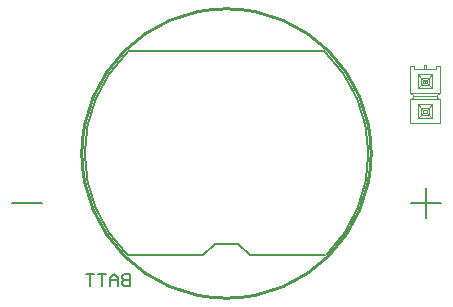
<source format=gbo>
G04 Layer_Color=32896*
%FSLAX25Y25*%
%MOIN*%
G70*
G01*
G75*
%ADD32C,0.01000*%
%ADD39C,0.00800*%
%ADD61C,0.00787*%
%ADD63C,0.00100*%
%ADD64C,0.00300*%
D32*
X121754Y46606D02*
G03*
X121754Y46606I-48228J0D01*
G01*
D39*
X41365Y6441D02*
Y2442D01*
X39366D01*
X38699Y3108D01*
Y3775D01*
X39366Y4441D01*
X41365D01*
X39366D01*
X38699Y5108D01*
Y5774D01*
X39366Y6441D01*
X41365D01*
X37366Y2442D02*
Y5108D01*
X36033Y6441D01*
X34701Y5108D01*
Y2442D01*
Y4441D01*
X37366D01*
X33368Y6441D02*
X30702D01*
X32035D01*
Y2442D01*
X29369Y6441D02*
X26703D01*
X28036D01*
Y2442D01*
D61*
X106894Y12927D02*
G03*
X106472Y80320I-33324J33489D01*
G01*
X40443Y80334D02*
G03*
X40442Y12880I33083J-33727D01*
G01*
X40613Y12610D02*
X65652D01*
X135026Y30106D02*
X145026D01*
X140026Y25106D02*
Y35106D01*
X81400Y12609D02*
X106439Y12606D01*
X65652Y12610D02*
X69589Y16547D01*
X65652Y12610D02*
X65652D01*
X65652D02*
X65652D01*
X69589Y16547D02*
X77463D01*
X81400Y12610D01*
X81400D01*
X40613Y80606D02*
X106439D01*
X2026Y30106D02*
X12026D01*
D63*
X139400Y70654D02*
X140000D01*
X139700Y70354D02*
Y70954D01*
D64*
X143670Y66164D02*
X144700Y66664D01*
X143670Y65144D02*
X144700Y64644D01*
X140950Y59374D02*
X142020Y58314D01*
X134700Y66664D02*
X135720Y66164D01*
X134700Y64644D02*
X135720Y65144D01*
X140950Y71934D02*
X142020Y72994D01*
X137380Y63004D02*
X138440Y61934D01*
X137380Y68304D02*
X138440Y69374D01*
X138420Y59374D02*
X139130Y60084D01*
X140270Y61224D02*
X140980Y61934D01*
X140950D02*
X142020Y63004D01*
X137380Y58314D02*
X138440Y59374D01*
X138420Y69374D02*
X139130Y70084D01*
X140270Y71224D02*
X140980Y71934D01*
X134700Y56664D02*
X144700D01*
X138420Y59374D02*
X140980D01*
X137380Y58314D02*
X142020D01*
X138420Y61934D02*
X140980D01*
X137380Y63004D02*
X142020D01*
X139130Y61224D02*
X140270D01*
X139130Y60084D02*
X140270D01*
X134700Y64644D02*
X144700D01*
X134700Y66664D02*
X144700D01*
X135720Y65654D02*
X143670D01*
X139130Y70084D02*
X140270D01*
X139130Y71224D02*
X140270D01*
X138420Y69374D02*
X140980D01*
X138420Y71934D02*
X140980D01*
X137380Y68304D02*
X142020D01*
X143370Y75654D02*
X144700D01*
X134700D02*
X136030D01*
X139350Y76164D02*
X140050D01*
X136030Y74834D02*
X143370D01*
X137380Y72994D02*
X142020D01*
X137380D02*
X138440Y71934D01*
X140270Y70084D02*
X140980Y69374D01*
X138420Y71934D02*
X139130Y71224D01*
X140950Y69374D02*
X142020Y68304D01*
X140270Y60084D02*
X140980Y59374D01*
X138420Y61934D02*
X139130Y61224D01*
X144700Y56664D02*
Y64644D01*
Y66664D02*
Y75654D01*
X143670Y65144D02*
Y66164D01*
X143370Y74834D02*
Y75654D01*
X140050Y74834D02*
Y76164D01*
X139350Y74834D02*
Y76164D01*
X138420Y59374D02*
Y61934D01*
Y69374D02*
Y71934D01*
X139130Y60084D02*
Y61224D01*
Y70084D02*
Y71224D01*
X140270Y60084D02*
Y61224D01*
Y70084D02*
Y71224D01*
X140980Y59374D02*
Y61934D01*
Y69374D02*
Y71934D01*
X142020Y58314D02*
Y63004D01*
Y68304D02*
Y72994D01*
X134700Y56664D02*
Y64644D01*
Y66664D02*
Y75654D01*
X135720Y65144D02*
Y66164D01*
X136030Y74834D02*
Y75654D01*
X137380Y58314D02*
Y63004D01*
Y68304D02*
Y72994D01*
M02*

</source>
